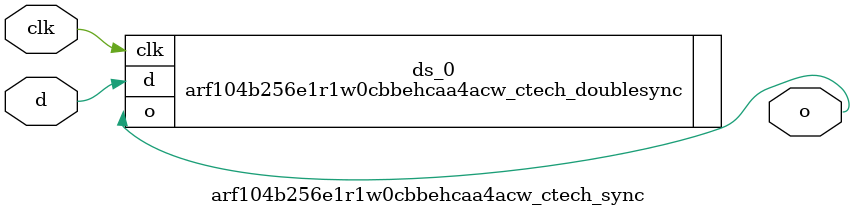
<source format=sv>

`ifndef ARF104B256E1R1W0CBBEHCAA4ACW_CTECH_SYNC_SV
`define ARF104B256E1R1W0CBBEHCAA4ACW_CTECH_SYNC_SV

module arf104b256e1r1w0cbbehcaa4acw_ctech_sync (
  input  logic  clk,
  input  logic  d,

  output logic  o
);

  arf104b256e1r1w0cbbehcaa4acw_ctech_doublesync ds_0 (.o(o), .d(d), .clk(clk));

endmodule // arf104b256e1r1w0cbbehcaa4acw_ctech_sync

`endif // ARF104B256E1R1W0CBBEHCAA4ACW_CTECH_SYNC_SV
</source>
